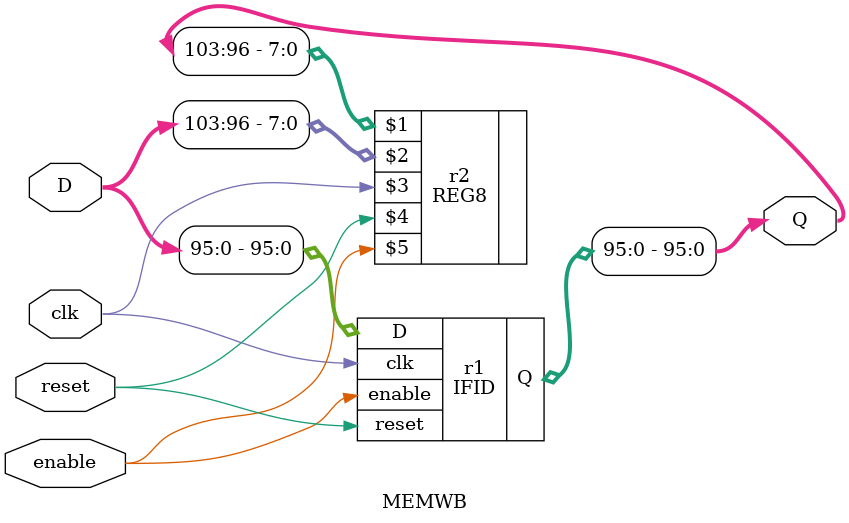
<source format=v>
module ProgramCounter (Q, D, clk, reset, enable);
input clk,reset,enable ;
input  [31:0] D;
output [31:0] Q;
//REG8 (Q, D, clk, reset, enable);
REG8 r1 (Q[7:0], D[7:0], clk, reset, enable);
REG8 r2 (Q[15:8], D[15:8], clk, reset, enable);
REG8 r3 (Q[23:16], D[23:16], clk, reset, enable);
REG8 r4 (Q[31:24], D[31:24], clk, reset, enable);
endmodule 
//////////////////////////////////////////////////////
module IFID (Q, D, clk, reset, enable);
input clk, reset, enable;
input [95:0] D;
output [95:0] Q;
//ProgramCounter (Q, D, clk, reset, enable);
ProgramCounter r1(Q[31:0], D[31:0], clk, reset, enable);
ProgramCounter r2(Q[63:32], D[63:32], clk, reset, enable);
ProgramCounter r3(Q[95:64], D[95:64], clk, reset, enable);


endmodule
//////////////////////////////////////////////////////
module IDEX (Q, D, clk, reset, enable);
input clk, reset, enable;
input [152:0] D;
output [152:0] Q;
//IFID (Q, D, clk, reset, enable);
IFID r1(Q[95:0], D[95:0], clk, reset, enable);
ProgramCounter r2(Q[127:96], D[127:96], clk, reset, enable);
//REG8 r1 (Q[7:0], D[7:0], clk, reset, enable);
REG8 r3 (Q[135:128], D[135:128], clk, reset, enable);
REG8 r4 (Q[143:136], D[143:136], clk, reset, enable);
REG8 r5 (Q[151:144], D[151:144], clk, reset, enable);
// DFF dff1(Q[0], D[0], clk, reset,enable);
 
DFF r6 (Q[152], D[152], clk, reset,enable);




endmodule
//////////////////////////////////////////////////////

module EXMEM (Q, D, clk, reset, enable);
input clk, reset, enable;
input [105:0] D;
output [105:0] Q;
//IFID (Q, D, clk, reset, enable);
IFID r1(Q[95:0], D[95:0], clk, reset, enable);
//REG8 r1 (Q[7:0], D[7:0], clk, reset, enable);
REG8 r2 (Q[103:96], D[103:96], clk, reset, enable);
// DFF dff1(Q[0], D[0], clk, reset,enable);
 
DFF r3 (Q[104], D[104], clk, reset,enable);
DFF r4 (Q[105], D[105], clk, reset,enable);





endmodule
//////////////////////////////////////////////////////
module MEMWB (Q, D, clk, reset, enable);
input clk, reset, enable;
input [103:0] D;
output [103:0] Q;
//IFID (Q, D, clk, reset, enable);
IFID r1(Q[95:0], D[95:0], clk, reset, enable);
//REG8 r1 (Q[7:0], D[7:0], clk, reset, enable);
REG8 r2 (Q[103:96], D[103:96], clk, reset, enable);

endmodule




</source>
